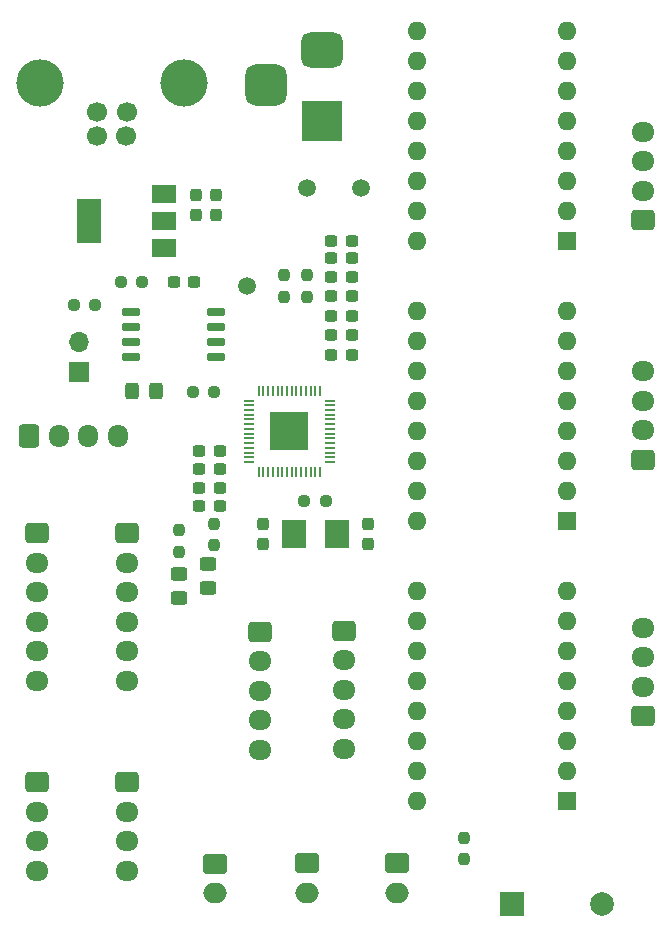
<source format=gts>
%TF.GenerationSoftware,KiCad,Pcbnew,7.0.6*%
%TF.CreationDate,2024-03-18T20:13:49+01:00*%
%TF.ProjectId,startrckr_pcb,73746172-7472-4636-9b72-5f7063622e6b,rev?*%
%TF.SameCoordinates,Original*%
%TF.FileFunction,Soldermask,Top*%
%TF.FilePolarity,Negative*%
%FSLAX46Y46*%
G04 Gerber Fmt 4.6, Leading zero omitted, Abs format (unit mm)*
G04 Created by KiCad (PCBNEW 7.0.6) date 2024-03-18 20:13:49*
%MOMM*%
%LPD*%
G01*
G04 APERTURE LIST*
G04 Aperture macros list*
%AMRoundRect*
0 Rectangle with rounded corners*
0 $1 Rounding radius*
0 $2 $3 $4 $5 $6 $7 $8 $9 X,Y pos of 4 corners*
0 Add a 4 corners polygon primitive as box body*
4,1,4,$2,$3,$4,$5,$6,$7,$8,$9,$2,$3,0*
0 Add four circle primitives for the rounded corners*
1,1,$1+$1,$2,$3*
1,1,$1+$1,$4,$5*
1,1,$1+$1,$6,$7*
1,1,$1+$1,$8,$9*
0 Add four rect primitives between the rounded corners*
20,1,$1+$1,$2,$3,$4,$5,0*
20,1,$1+$1,$4,$5,$6,$7,0*
20,1,$1+$1,$6,$7,$8,$9,0*
20,1,$1+$1,$8,$9,$2,$3,0*%
G04 Aperture macros list end*
%ADD10C,1.500000*%
%ADD11RoundRect,0.250000X-0.750000X0.600000X-0.750000X-0.600000X0.750000X-0.600000X0.750000X0.600000X0*%
%ADD12O,2.000000X1.700000*%
%ADD13R,2.000000X2.000000*%
%ADD14C,2.000000*%
%ADD15O,1.950000X1.700000*%
%ADD16RoundRect,0.250000X-0.725000X0.600000X-0.725000X-0.600000X0.725000X-0.600000X0.725000X0.600000X0*%
%ADD17RoundRect,0.250000X-0.600000X-0.725000X0.600000X-0.725000X0.600000X0.725000X-0.600000X0.725000X0*%
%ADD18O,1.700000X1.950000*%
%ADD19RoundRect,0.237500X0.237500X-0.300000X0.237500X0.300000X-0.237500X0.300000X-0.237500X-0.300000X0*%
%ADD20RoundRect,0.237500X-0.237500X0.250000X-0.237500X-0.250000X0.237500X-0.250000X0.237500X0.250000X0*%
%ADD21RoundRect,0.237500X-0.300000X-0.237500X0.300000X-0.237500X0.300000X0.237500X-0.300000X0.237500X0*%
%ADD22R,3.500000X3.500000*%
%ADD23RoundRect,0.750000X-1.000000X0.750000X-1.000000X-0.750000X1.000000X-0.750000X1.000000X0.750000X0*%
%ADD24RoundRect,0.875000X-0.875000X0.875000X-0.875000X-0.875000X0.875000X-0.875000X0.875000X0.875000X0*%
%ADD25RoundRect,0.237500X0.237500X-0.250000X0.237500X0.250000X-0.237500X0.250000X-0.237500X-0.250000X0*%
%ADD26RoundRect,0.237500X0.300000X0.237500X-0.300000X0.237500X-0.300000X-0.237500X0.300000X-0.237500X0*%
%ADD27RoundRect,0.050000X-0.387500X-0.050000X0.387500X-0.050000X0.387500X0.050000X-0.387500X0.050000X0*%
%ADD28RoundRect,0.050000X-0.050000X-0.387500X0.050000X-0.387500X0.050000X0.387500X-0.050000X0.387500X0*%
%ADD29R,3.200000X3.200000*%
%ADD30RoundRect,0.250000X0.450000X-0.325000X0.450000X0.325000X-0.450000X0.325000X-0.450000X-0.325000X0*%
%ADD31RoundRect,0.237500X-0.250000X-0.237500X0.250000X-0.237500X0.250000X0.237500X-0.250000X0.237500X0*%
%ADD32R,2.000000X1.500000*%
%ADD33R,2.000000X3.800000*%
%ADD34RoundRect,0.237500X0.250000X0.237500X-0.250000X0.237500X-0.250000X-0.237500X0.250000X-0.237500X0*%
%ADD35R,1.700000X1.700000*%
%ADD36O,1.700000X1.700000*%
%ADD37RoundRect,0.250000X0.725000X-0.600000X0.725000X0.600000X-0.725000X0.600000X-0.725000X-0.600000X0*%
%ADD38R,2.000000X2.400000*%
%ADD39RoundRect,0.150000X-0.650000X-0.150000X0.650000X-0.150000X0.650000X0.150000X-0.650000X0.150000X0*%
%ADD40C,1.700000*%
%ADD41C,4.000000*%
%ADD42R,1.600000X1.600000*%
%ADD43O,1.600000X1.600000*%
%ADD44RoundRect,0.250000X-0.325000X-0.450000X0.325000X-0.450000X0.325000X0.450000X-0.325000X0.450000X0*%
%ADD45RoundRect,0.237500X-0.237500X0.300000X-0.237500X-0.300000X0.237500X-0.300000X0.237500X0.300000X0*%
G04 APERTURE END LIST*
D10*
%TO.C,TP_12V1*%
X202117848Y-74305110D03*
%TD*%
%TO.C,TP_5V1*%
X197485000Y-74295000D03*
%TD*%
%TO.C,TP_3V3*%
X192405000Y-82550000D03*
%TD*%
D11*
%TO.C,LS1*%
X189755000Y-131465000D03*
D12*
X189755000Y-133965000D03*
%TD*%
D13*
%TO.C,BZ1*%
X214884000Y-134874000D03*
D14*
X222484000Y-134874000D03*
%TD*%
D15*
%TO.C,SPI1*%
X182245000Y-116005000D03*
X182245000Y-113505000D03*
X182245000Y-111005000D03*
X182245000Y-108505000D03*
X182245000Y-106005000D03*
D16*
X182245000Y-103505000D03*
%TD*%
D15*
%TO.C,SPI2*%
X174625000Y-116005000D03*
X174625000Y-113505000D03*
X174625000Y-111005000D03*
X174625000Y-108505000D03*
X174625000Y-106005000D03*
D16*
X174625000Y-103505000D03*
%TD*%
%TO.C,I2C2_2*%
X193565000Y-111840000D03*
D15*
X193565000Y-114340000D03*
X193565000Y-116840000D03*
X193565000Y-119340000D03*
X193565000Y-121840000D03*
%TD*%
%TO.C,I2C1_1*%
X182245000Y-132065000D03*
X182245000Y-129565000D03*
X182245000Y-127065000D03*
D16*
X182245000Y-124565000D03*
%TD*%
D15*
%TO.C,I2C1_2*%
X174625000Y-132065000D03*
X174625000Y-129565000D03*
X174625000Y-127065000D03*
D16*
X174625000Y-124565000D03*
%TD*%
D17*
%TO.C,UART1*%
X173990000Y-95270000D03*
D18*
X176490000Y-95270000D03*
X178990000Y-95270000D03*
X181490000Y-95270000D03*
%TD*%
D12*
%TO.C,LS3*%
X205105000Y-133945000D03*
D11*
X205105000Y-131445000D03*
%TD*%
%TO.C,LS2*%
X197485000Y-131445000D03*
D12*
X197485000Y-133945000D03*
%TD*%
D16*
%TO.C,I2C2_1*%
X200660000Y-111760000D03*
D15*
X200660000Y-114260000D03*
X200660000Y-116760000D03*
X200660000Y-119260000D03*
X200660000Y-121760000D03*
%TD*%
D19*
%TO.C,C3*%
X188153966Y-76544181D03*
X188153966Y-74819181D03*
%TD*%
D20*
%TO.C,R9*%
X197485000Y-81637500D03*
X197485000Y-83462500D03*
%TD*%
D21*
%TO.C,C8*%
X199570000Y-81827680D03*
X201295000Y-81827680D03*
%TD*%
%TO.C,C6*%
X199570000Y-80221623D03*
X201295000Y-80221623D03*
%TD*%
D22*
%TO.C,J11*%
X198755000Y-68580000D03*
D23*
X198755000Y-62580000D03*
D24*
X194055000Y-65580000D03*
%TD*%
D25*
%TO.C,R4*%
X186690000Y-105052500D03*
X186690000Y-103227500D03*
%TD*%
D26*
%TO.C,C15*%
X190107930Y-99634300D03*
X188382930Y-99634300D03*
%TD*%
D27*
%TO.C,U1*%
X192583286Y-92261606D03*
X192583286Y-92661606D03*
X192583286Y-93061606D03*
X192583286Y-93461606D03*
X192583286Y-93861606D03*
X192583286Y-94261606D03*
X192583286Y-94661606D03*
X192583286Y-95061606D03*
X192583286Y-95461606D03*
X192583286Y-95861606D03*
X192583286Y-96261606D03*
X192583286Y-96661606D03*
X192583286Y-97061606D03*
X192583286Y-97461606D03*
D28*
X193420786Y-98299106D03*
X193820786Y-98299106D03*
X194220786Y-98299106D03*
X194620786Y-98299106D03*
X195020786Y-98299106D03*
X195420786Y-98299106D03*
X195820786Y-98299106D03*
X196220786Y-98299106D03*
X196620786Y-98299106D03*
X197020786Y-98299106D03*
X197420786Y-98299106D03*
X197820786Y-98299106D03*
X198220786Y-98299106D03*
X198620786Y-98299106D03*
D27*
X199458286Y-97461606D03*
X199458286Y-97061606D03*
X199458286Y-96661606D03*
X199458286Y-96261606D03*
X199458286Y-95861606D03*
X199458286Y-95461606D03*
X199458286Y-95061606D03*
X199458286Y-94661606D03*
X199458286Y-94261606D03*
X199458286Y-93861606D03*
X199458286Y-93461606D03*
X199458286Y-93061606D03*
X199458286Y-92661606D03*
X199458286Y-92261606D03*
D28*
X198620786Y-91424106D03*
X198220786Y-91424106D03*
X197820786Y-91424106D03*
X197420786Y-91424106D03*
X197020786Y-91424106D03*
X196620786Y-91424106D03*
X196220786Y-91424106D03*
X195820786Y-91424106D03*
X195420786Y-91424106D03*
X195020786Y-91424106D03*
X194620786Y-91424106D03*
X194220786Y-91424106D03*
X193820786Y-91424106D03*
X193420786Y-91424106D03*
D29*
X196020786Y-94861606D03*
%TD*%
D26*
%TO.C,C12*%
X190107930Y-101191451D03*
X188382930Y-101191451D03*
%TD*%
D30*
%TO.C,D2*%
X189143548Y-108113548D03*
X189143548Y-106063548D03*
%TD*%
D31*
%TO.C,R12*%
X181726062Y-82241478D03*
X183551062Y-82241478D03*
%TD*%
D19*
%TO.C,C5*%
X202679581Y-104434215D03*
X202679581Y-102709215D03*
%TD*%
D31*
%TO.C,R11*%
X177779855Y-84204657D03*
X179604855Y-84204657D03*
%TD*%
D19*
%TO.C,C4*%
X193789581Y-104434215D03*
X193789581Y-102709215D03*
%TD*%
D32*
%TO.C,U2*%
X185395000Y-79381008D03*
X185395000Y-77081008D03*
D33*
X179095000Y-77081008D03*
D32*
X185395000Y-74781008D03*
%TD*%
D25*
%TO.C,R7*%
X210820000Y-129262500D03*
X210820000Y-131087500D03*
%TD*%
D34*
%TO.C,R10*%
X197278899Y-100787512D03*
X199103899Y-100787512D03*
%TD*%
D26*
%TO.C,C17*%
X188382930Y-96520000D03*
X190107930Y-96520000D03*
%TD*%
D31*
%TO.C,R6*%
X189659193Y-91561451D03*
X187834193Y-91561451D03*
%TD*%
D20*
%TO.C,R8*%
X195580000Y-81637500D03*
X195580000Y-83462500D03*
%TD*%
D35*
%TO.C,J5*%
X178193562Y-89861478D03*
D36*
X178193562Y-87321478D03*
%TD*%
D37*
%TO.C,J10*%
X226000000Y-119000000D03*
D15*
X226000000Y-116500000D03*
X226000000Y-114000000D03*
X226000000Y-111500000D03*
%TD*%
D38*
%TO.C,Y1*%
X200084581Y-103571715D03*
X196384581Y-103571715D03*
%TD*%
D26*
%TO.C,C13*%
X188382930Y-98077150D03*
X190107930Y-98077150D03*
%TD*%
D37*
%TO.C,J2*%
X226000000Y-77000000D03*
D15*
X226000000Y-74500000D03*
X226000000Y-72000000D03*
X226000000Y-69500000D03*
%TD*%
D39*
%TO.C,U3*%
X182647001Y-84785822D03*
X182647001Y-86055822D03*
X182647001Y-87325822D03*
X182647001Y-88595822D03*
X189847001Y-88595822D03*
X189847001Y-87325822D03*
X189847001Y-86055822D03*
X189847001Y-84785822D03*
%TD*%
D21*
%TO.C,C16*%
X199570000Y-86750607D03*
X201295000Y-86750607D03*
%TD*%
%TO.C,C14*%
X199570000Y-85090000D03*
X201295000Y-85090000D03*
%TD*%
%TO.C,C9*%
X186221062Y-82241478D03*
X187946062Y-82241478D03*
%TD*%
D30*
%TO.C,D1*%
X186690000Y-108975000D03*
X186690000Y-106925000D03*
%TD*%
D40*
%TO.C,J1*%
X179725000Y-69850000D03*
X182225000Y-69850000D03*
X182265000Y-67850000D03*
X179725000Y-67850000D03*
D41*
X187075000Y-65350000D03*
X174875000Y-65350000D03*
%TD*%
D42*
%TO.C,A2*%
X219502645Y-102478942D03*
D43*
X219502645Y-99938942D03*
X219502645Y-97398942D03*
X219502645Y-94858942D03*
X219502645Y-92318942D03*
X219502645Y-89778942D03*
X219502645Y-87238942D03*
X219502645Y-84698942D03*
X206802645Y-84698942D03*
X206802645Y-87238942D03*
X206802645Y-89778942D03*
X206802645Y-92318942D03*
X206802645Y-94858942D03*
X206802645Y-97398942D03*
X206802645Y-99938942D03*
X206802645Y-102478942D03*
%TD*%
D21*
%TO.C,C7*%
X199575840Y-78720725D03*
X201300840Y-78720725D03*
%TD*%
%TO.C,C10*%
X199570000Y-83441045D03*
X201295000Y-83441045D03*
%TD*%
D42*
%TO.C,A3*%
X219502645Y-126166442D03*
D43*
X219502645Y-123626442D03*
X219502645Y-121086442D03*
X219502645Y-118546442D03*
X219502645Y-116006442D03*
X219502645Y-113466442D03*
X219502645Y-110926442D03*
X219502645Y-108386442D03*
X206802645Y-108386442D03*
X206802645Y-110926442D03*
X206802645Y-113466442D03*
X206802645Y-116006442D03*
X206802645Y-118546442D03*
X206802645Y-121086442D03*
X206802645Y-123626442D03*
X206802645Y-126166442D03*
%TD*%
D44*
%TO.C,D3*%
X184752847Y-91463732D03*
X182702847Y-91463732D03*
%TD*%
D45*
%TO.C,C2*%
X189795230Y-74833857D03*
X189795230Y-76558857D03*
%TD*%
D37*
%TO.C,J9*%
X226000000Y-97269786D03*
D15*
X226000000Y-94769786D03*
X226000000Y-92269786D03*
X226000000Y-89769786D03*
%TD*%
D42*
%TO.C,A1*%
X219502645Y-78791442D03*
D43*
X219502645Y-76251442D03*
X219502645Y-73711442D03*
X219502645Y-71171442D03*
X219502645Y-68631442D03*
X219502645Y-66091442D03*
X219502645Y-63551442D03*
X219502645Y-61011442D03*
X206802645Y-61011442D03*
X206802645Y-63551442D03*
X206802645Y-66091442D03*
X206802645Y-68631442D03*
X206802645Y-71171442D03*
X206802645Y-73711442D03*
X206802645Y-76251442D03*
X206802645Y-78791442D03*
%TD*%
D25*
%TO.C,R5*%
X189677459Y-104497284D03*
X189677459Y-102672284D03*
%TD*%
D21*
%TO.C,C11*%
X199570000Y-88396269D03*
X201295000Y-88396269D03*
%TD*%
M02*

</source>
